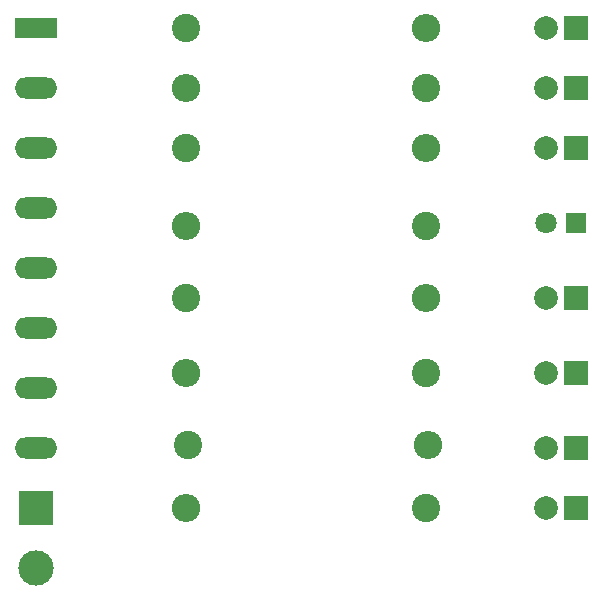
<source format=gtl>
G04 #@! TF.GenerationSoftware,KiCad,Pcbnew,(5.1.2)-2*
G04 #@! TF.CreationDate,2019-08-22T14:59:00+07:00*
G04 #@! TF.ProjectId,led_testing,6c65645f-7465-4737-9469-6e672e6b6963,rev?*
G04 #@! TF.SameCoordinates,Original*
G04 #@! TF.FileFunction,Copper,L1,Top*
G04 #@! TF.FilePolarity,Positive*
%FSLAX46Y46*%
G04 Gerber Fmt 4.6, Leading zero omitted, Abs format (unit mm)*
G04 Created by KiCad (PCBNEW (5.1.2)-2) date 2019-08-22 14:59:00*
%MOMM*%
%LPD*%
G04 APERTURE LIST*
%ADD10C,2.000000*%
%ADD11R,2.000000X2.000000*%
%ADD12C,1.800000*%
%ADD13R,1.800000X1.800000*%
%ADD14O,3.600000X1.800000*%
%ADD15R,3.600000X1.800000*%
%ADD16C,3.000000*%
%ADD17R,3.000000X3.000000*%
%ADD18O,2.400000X2.400000*%
%ADD19C,2.400000*%
G04 APERTURE END LIST*
D10*
X93980000Y-177800000D03*
D11*
X96520000Y-177800000D03*
X96520000Y-172720000D03*
D10*
X93980000Y-172720000D03*
X93980000Y-166370000D03*
D11*
X96520000Y-166370000D03*
X96520000Y-160020000D03*
D10*
X93980000Y-160020000D03*
D12*
X93980000Y-153670000D03*
D13*
X96520000Y-153670000D03*
D11*
X96520000Y-147320000D03*
D10*
X93980000Y-147320000D03*
X93980000Y-142240000D03*
D11*
X96520000Y-142240000D03*
X96520000Y-137160000D03*
D10*
X93980000Y-137160000D03*
D14*
X50800000Y-172720000D03*
X50800000Y-167640000D03*
X50800000Y-162560000D03*
X50800000Y-157480000D03*
X50800000Y-152400000D03*
X50800000Y-147320000D03*
X50800000Y-142240000D03*
D15*
X50800000Y-137160000D03*
D16*
X50800000Y-182880000D03*
D17*
X50800000Y-177800000D03*
D18*
X63500000Y-177800000D03*
D19*
X83820000Y-177800000D03*
X63705001Y-172465001D03*
D18*
X84025001Y-172465001D03*
X63500000Y-166370000D03*
D19*
X83820000Y-166370000D03*
X63500000Y-160020000D03*
D18*
X83820000Y-160020000D03*
X63500000Y-153885001D03*
D19*
X83820000Y-153885001D03*
X63500000Y-147320000D03*
D18*
X83820000Y-147320000D03*
X63500000Y-142240000D03*
D19*
X83820000Y-142240000D03*
X63500000Y-137160000D03*
D18*
X83820000Y-137160000D03*
M02*

</source>
